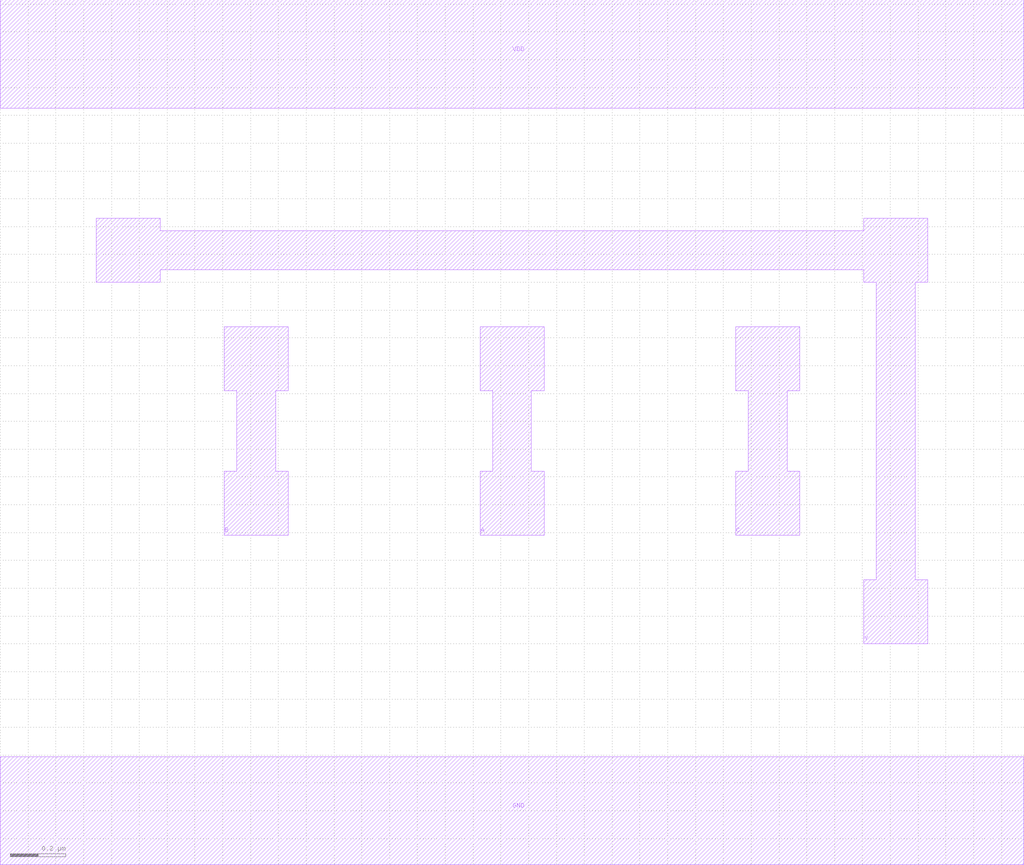
<source format=lef>
MACRO OAI21X1
 CLASS CORE ;
 ORIGIN 0 0 ;
 FOREIGN OAI21X1 0 0 ;
 SITE CORE ;
 SYMMETRY X Y R90 ;
  PIN VDD
   DIRECTION INOUT ;
   USE SIGNAL ;
   SHAPE ABUTMENT ;
    PORT
     CLASS CORE ;
       LAYER metal2 ;
        RECT 0.00000000 2.52500000 3.68000000 2.91500000 ;
    END
  END VDD

  PIN GND
   DIRECTION INOUT ;
   USE SIGNAL ;
   SHAPE ABUTMENT ;
    PORT
     CLASS CORE ;
       LAYER metal2 ;
        RECT 0.00000000 -0.19500000 3.68000000 0.19500000 ;
    END
  END GND

  PIN Y
   DIRECTION INOUT ;
   USE SIGNAL ;
   SHAPE ABUTMENT ;
    PORT
     CLASS CORE ;
       LAYER metal2 ;
        POLYGON 3.10500000 0.60000000 3.10500000 0.83000000 3.15000000 0.83000000 3.15000000 1.90000000 3.10500000 1.90000000 3.10500000 1.94500000 0.57500000 1.94500000 0.57500000 1.90000000 0.34500000 1.90000000 0.34500000 2.13000000 0.57500000 2.13000000 0.57500000 2.08500000 3.10500000 2.08500000 3.10500000 2.13000000 3.33500000 2.13000000 3.33500000 1.90000000 3.29000000 1.90000000 3.29000000 0.83000000 3.33500000 0.83000000 3.33500000 0.60000000 ;
    END
  END Y

  PIN B
   DIRECTION INOUT ;
   USE SIGNAL ;
   SHAPE ABUTMENT ;
    PORT
     CLASS CORE ;
       LAYER metal2 ;
        POLYGON 0.80500000 0.99000000 0.80500000 1.22000000 0.85000000 1.22000000 0.85000000 1.51000000 0.80500000 1.51000000 0.80500000 1.74000000 1.03500000 1.74000000 1.03500000 1.51000000 0.99000000 1.51000000 0.99000000 1.22000000 1.03500000 1.22000000 1.03500000 0.99000000 ;
    END
  END B

  PIN C
   DIRECTION INOUT ;
   USE SIGNAL ;
   SHAPE ABUTMENT ;
    PORT
     CLASS CORE ;
       LAYER metal2 ;
        POLYGON 2.64500000 0.99000000 2.64500000 1.22000000 2.69000000 1.22000000 2.69000000 1.51000000 2.64500000 1.51000000 2.64500000 1.74000000 2.87500000 1.74000000 2.87500000 1.51000000 2.83000000 1.51000000 2.83000000 1.22000000 2.87500000 1.22000000 2.87500000 0.99000000 ;
    END
  END C

  PIN A
   DIRECTION INOUT ;
   USE SIGNAL ;
   SHAPE ABUTMENT ;
    PORT
     CLASS CORE ;
       LAYER metal2 ;
        POLYGON 1.72500000 0.99000000 1.72500000 1.22000000 1.77000000 1.22000000 1.77000000 1.51000000 1.72500000 1.51000000 1.72500000 1.74000000 1.95500000 1.74000000 1.95500000 1.51000000 1.91000000 1.51000000 1.91000000 1.22000000 1.95500000 1.22000000 1.95500000 0.99000000 ;
    END
  END A


END OAI21X1

</source>
